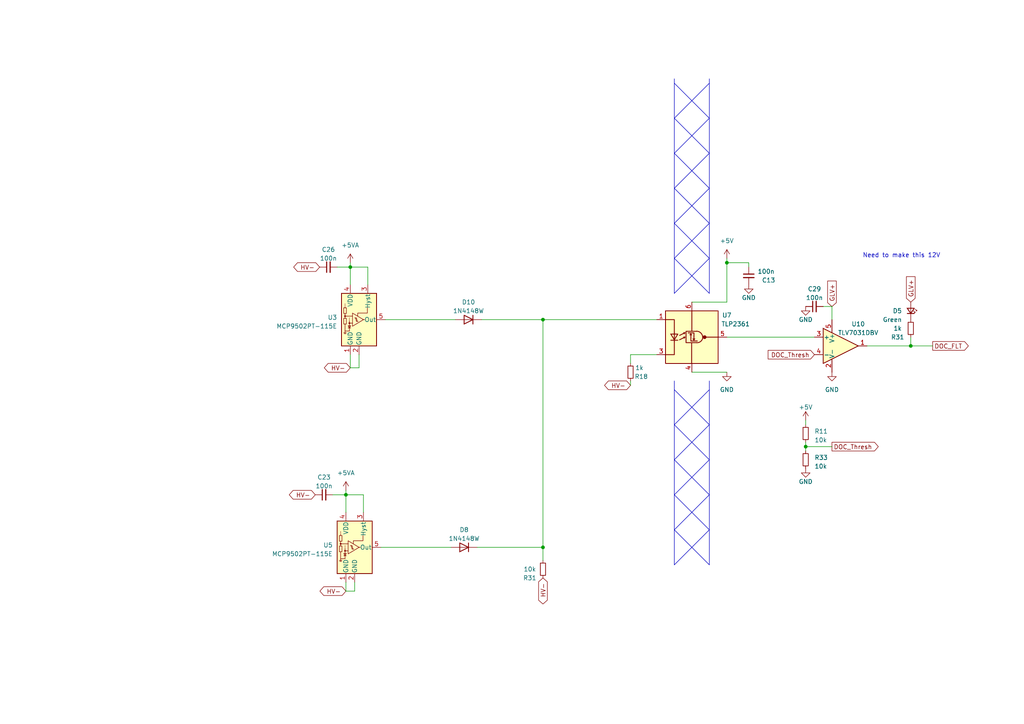
<source format=kicad_sch>
(kicad_sch (version 20230121) (generator eeschema)
  (paper "A4")
  (title_block (title "UCM23 Discharge & TSAL") (date "2023-06-26") (rev "V1.0") (company "Niko Smith") (comment 1 "University of Canterbury Motorsport"))
  (lib_symbols
    (symbol "Comparator:TLV7031DBV" (pin_names (offset 0.127))
      (property "Reference" "U" (at -1.27 6.35 0))
      (property "Value" "TLV7031DBV" (at -1.27 3.81 0))
      (symbol "TLV7031DBV_0_1"
        (polyline (pts (xy -5.08 5.08) (xy 5.08 0) (xy -5.08 -5.08) (xy -5.08 5.08)) (stroke (width 0.254)) (fill (type background)))
        (pin power_in line (at -2.54 -7.62 90) (length 3.81) (name "V-") (number "2"))
        (pin power_in line (at -2.54 7.62 270) (length 3.81) (name "V+") (number "5"))
      )
      (symbol "TLV7031DBV_1_1"
        (pin output line (at 7.62 0 180) (length 2.54) (name "~") (number "1"))
        (pin input line (at -7.62 2.54 0) (length 2.54) (name "+") (number "3"))
        (pin input line (at -7.62 -2.54 0) (length 2.54) (name "-") (number "4"))
      )
    )
    (symbol "Device:C_Small" (pin_numbers hide) (pin_names (offset 0.254) hide)
      (property "Reference" "C" (at 0.254 1.778 0))
      (property "Value" "C_Small" (at 0.254 -2.032 0))
      (symbol "C_Small_0_1"
        (polyline (pts (xy -1.524 -0.508) (xy 1.524 -0.508)) (stroke (width 0.3302)))
        (polyline (pts (xy -1.524 0.508) (xy 1.524 0.508)) (stroke (width 0.3048)))
      )
      (symbol "C_Small_1_1"
        (pin passive line (at 0 2.54 270) (length 2.032) (name "~") (number "1"))
        (pin passive line (at 0 -2.54 90) (length 2.032) (name "~") (number "2"))
      )
    )
    (symbol "Device:LED_Small" (pin_numbers hide) (pin_names (offset 0.254) hide)
      (property "Reference" "D" (at -1.27 3.175 0))
      (property "Value" "LED_Small" (at -4.445 -2.54 0))
      (symbol "LED_Small_0_1"
        (polyline (pts (xy -0.762 -1.016) (xy -0.762 1.016)) (stroke (width 0.254)))
        (polyline (pts (xy 1.016 0) (xy -0.762 0)))
        (polyline (pts (xy 0.762 -1.016) (xy -0.762 0) (xy 0.762 1.016) (xy 0.762 -1.016)) (stroke (width 0.254)))
        (polyline (pts (xy 0 0.762) (xy -0.508 1.27) (xy -0.254 1.27) (xy -0.508 1.27) (xy -0.508 1.016)))
        (polyline (pts (xy 0.508 1.27) (xy 0 1.778) (xy 0.254 1.778) (xy 0 1.778) (xy 0 1.524)))
      )
      (symbol "LED_Small_1_1"
        (pin passive line (at -2.54 0 0) (length 1.778) (name "K") (number "1"))
        (pin passive line (at 2.54 0 180) (length 1.778) (name "A") (number "2"))
      )
    )
    (symbol "Device:R_Small" (pin_numbers hide) (pin_names (offset 0.254) hide)
      (property "Reference" "R" (at 0.762 0.508 0))
      (property "Value" "R_Small" (at 0.762 -1.016 0))
      (symbol "R_Small_0_1"
        (rectangle (start -0.762 1.778) (end 0.762 -1.778) (stroke (width 0.2032)))
      )
      (symbol "R_Small_1_1"
        (pin passive line (at 0 2.54 270) (length 0.762) (name "~") (number "1"))
        (pin passive line (at 0 -2.54 90) (length 0.762) (name "~") (number "2"))
      )
    )
    (symbol "Diode:1N4148W" (pin_numbers hide) (pin_names hide)
      (property "Reference" "D" (at 0 2.54 0))
      (property "Value" "1N4148W" (at 0 -2.54 0))
      (symbol "1N4148W_0_1"
        (polyline (pts (xy -1.27 1.27) (xy -1.27 -1.27)) (stroke (width 0.254)))
        (polyline (pts (xy 1.27 0) (xy -1.27 0)))
        (polyline (pts (xy 1.27 1.27) (xy 1.27 -1.27) (xy -1.27 0) (xy 1.27 1.27)) (stroke (width 0.254)))
      )
      (symbol "1N4148W_1_1"
        (pin passive line (at -3.81 0 0) (length 2.54) (name "K") (number "1"))
        (pin passive line (at 3.81 0 180) (length 2.54) (name "A") (number "2"))
      )
    )
    (symbol "Isolator:TLP2361" (pin_names (offset 1.016) hide)
      (property "Reference" "U" (at -7.112 8.89 0))
      (property "Value" "TLP2361" (at 1.016 9.144 0))
      (symbol "TLP2361_0_1"
        (rectangle (start -7.62 7.62) (end 7.62 -7.62) (stroke (width 0.254)) (fill (type background)))
        (polyline (pts (xy -6.096 -0.889) (xy -4.064 -0.889)) (stroke (width 0.254)))
        (polyline (pts (xy -5.08 -1.27) (xy -5.08 -0.9144)) (stroke (width 0.254)))
        (polyline (pts (xy -5.08 1.016) (xy -5.08 -0.762)) (stroke (width 0.254)))
        (polyline (pts (xy -5.08 1.27) (xy -5.08 0.9144)) (stroke (width 0.254)))
        (polyline (pts (xy -3.556 -0.762) (xy -2.032 0)) (stroke (width 0.254)))
        (polyline (pts (xy -3.556 0.508) (xy -2.032 1.27)) (stroke (width 0.254)))
        (polyline (pts (xy -2.032 0) (xy -2.3368 0.0508)) (stroke (width 0.254)))
        (polyline (pts (xy -2.032 0) (xy -2.1844 -0.3048)) (stroke (width 0.254)))
        (polyline (pts (xy -2.032 1.27) (xy -2.3368 1.3208)) (stroke (width 0.254)))
        (polyline (pts (xy -2.032 1.27) (xy -2.1844 0.9652)) (stroke (width 0.254)))
        (polyline (pts (xy -0.0508 -7.6962) (xy -0.0508 -1.7272)) (stroke (width 0.254)))
        (polyline (pts (xy 0 7.6454) (xy 0 1.8034)) (stroke (width 0.254)))
        (polyline (pts (xy 0.8382 -0.5334) (xy 0.5842 -0.8128)) (stroke (width 0.254)))
        (polyline (pts (xy 7.747 0) (xy 4.064 0)) (stroke (width 0.254)))
        (polyline (pts (xy -7.62 -5.08) (xy -5.08 -5.08) (xy -5.08 -1.27)) (stroke (width 0.254)))
        (polyline (pts (xy -5.08 1.27) (xy -5.08 5.08) (xy -7.62 5.08)) (stroke (width 0.254)))
        (polyline (pts (xy -0.2794 0.6604) (xy -0.2794 -1.1176) (xy 1.6002 -1.1176)) (stroke (width 0.254)))
        (polyline (pts (xy 0.5842 -0.7874) (xy 0.3302 -0.5334) (xy 0.8382 -0.5334)) (stroke (width 0.254)))
        (polyline (pts (xy 0.6096 -0.8128) (xy 0.6096 1.2446) (xy -1.0668 1.2446)) (stroke (width 0.254)))
        (polyline (pts (xy -6.096 0.889) (xy -4.064 0.889) (xy -5.08 -0.762) (xy -6.096 0.889)) (stroke (width 0.254)))
        (polyline (pts (xy -0.3048 0.9398) (xy -0.5588 0.6858) (xy -0.0508 0.6858) (xy -0.3048 0.9398)) (stroke (width 0.254)))
        (polyline (pts (xy 1.3716 1.7018) (xy -1.6764 1.7018) (xy -1.6764 -1.6002) (xy 1.3716 -1.6002)) (stroke (width 0.254)))
        (arc (start 1.397 -1.6002) (mid 2.6016 -1.2064) (end 3.175 -0.0762) (stroke (width 0.254)))
        (arc (start 3.1496 -0.0508) (mid 2.6235 1.2011) (end 1.3716 1.7272) (stroke (width 0.254)))
        (circle (center 3.7084 0) (radius 0.4572) (fill (type outline)))
      )
      (symbol "TLP2361_1_1"
        (pin passive line (at -10.16 5.08 0) (length 2.54) (name "A") (number "1"))
        (pin no_connect line (at -7.62 0 0) (length 2.54) hide (name "NC") (number "2"))
        (pin passive line (at -10.16 -5.08 0) (length 2.54) (name "K") (number "3"))
        (pin power_in line (at 0 -10.16 90) (length 2.54) (name "GND") (number "4"))
        (pin output line (at 10.16 0 180) (length 2.54) (name "VO") (number "5"))
        (pin power_in line (at 0 10.16 270) (length 2.54) (name "VDD") (number "6"))
      )
    )
    (symbol "Sensor_Temperature:MCP9502" (pin_names (offset 0.127))
      (property "Reference" "U" (at -6.35 0 90))
      (property "Value" "MCP9502" (at -3.81 0 90))
      (symbol "MCP9502_0_1"
        (rectangle (start -2.54 7.62) (end 7.62 -7.62) (stroke (width 0.254)) (fill (type background)))
        (rectangle (start -1.905 0.381) (end -1.143 -1.27))
        (rectangle (start -1.905 3.429) (end -1.143 1.778))
        (circle (center -1.524 1.016) (radius 0.1778) (fill (type outline)))
        (circle (center -0.254 -1.016) (radius 0.1778) (fill (type outline)))
        (polyline (pts (xy -1.905 -3.81) (xy -1.143 -3.81)))
        (polyline (pts (xy -1.778 -4.064) (xy -1.27 -4.064)))
        (polyline (pts (xy -1.524 -4.318) (xy -1.524 -4.318)))
        (polyline (pts (xy -1.524 -3.302) (xy -1.524 -3.81)))
        (polyline (pts (xy -1.524 1.016) (xy -1.524 0.381)))
        (polyline (pts (xy -1.524 3.429) (xy -1.524 3.81)))
        (polyline (pts (xy -1.524 4.064) (xy -1.524 4.191)))
        (polyline (pts (xy -1.524 4.445) (xy -1.524 4.572)))
        (polyline (pts (xy -0.635 -2.413) (xy 0.127 -2.413)))
        (polyline (pts (xy -0.254 0) (xy -0.254 0.127)))
        (polyline (pts (xy -0.254 0.381) (xy -0.254 0.508)))
        (polyline (pts (xy 3.683 0) (xy 4.191 0)))
        (polyline (pts (xy -1.524 -1.27) (xy -1.524 -3.302) (xy -0.254 -3.302)))
        (polyline (pts (xy -0.254 -1.016) (xy -0.254 -0.381) (xy -0.254 -0.254)))
        (polyline (pts (xy 0.635 -1.016) (xy -0.254 -1.016) (xy -0.254 -3.302)))
        (polyline (pts (xy 0.635 1.016) (xy -1.524 1.016) (xy -1.524 1.778)))
        (polyline (pts (xy 1.524 0.508) (xy 1.778 -0.508) (xy 2.032 -0.508)))
        (polyline (pts (xy 0.127 -1.778) (xy -0.635 -1.778) (xy -0.254 -2.413) (xy 0.127 -1.778)))
        (polyline (pts (xy 1.27 0.508) (xy 1.778 0.508) (xy 2.032 -0.508) (xy 2.286 -0.508)))
        (polyline (pts (xy 3.81 0) (xy 0.635 1.905) (xy 0.635 -1.905) (xy 3.81 0)))
        (polyline (pts (xy 4.953 3.429) (xy 4.953 1.905) (xy 2.159 1.905) (xy 2.159 1.016)))
      )
      (symbol "MCP9502_1_1"
        (pin power_in line (at 0 -10.16 90) (length 2.54) (name "GND") (number "1"))
        (pin power_in line (at 2.54 -10.16 90) (length 2.54) (name "GND") (number "2"))
        (pin input line (at 5.08 10.16 270) (length 2.54) (name "Hyst") (number "3"))
        (pin power_in line (at 0 10.16 270) (length 2.54) (name "VDD") (number "4"))
        (pin output line (at 10.16 0 180) (length 2.54) (name "Out") (number "5"))
      )
    )
    (symbol "power:+5V" (power) (pin_names (offset 0))
      (property "Value" "+5V" (at 0 3.556 0))
      (symbol "+5V_0_1"
        (polyline (pts (xy -0.762 1.27) (xy 0 2.54)))
        (polyline (pts (xy 0 0) (xy 0 2.54)))
        (polyline (pts (xy 0 2.54) (xy 0.762 1.27)))
      )
      (symbol "+5V_1_1"
        (pin power_in line (at 0 0 90) (length 0) hide (name "+5V") (number "1"))
      )
    )
    (symbol "power:+5VA" (power) (pin_names (offset 0))
      (property "Value" "+5VA" (at 0 3.556 0))
      (symbol "+5VA_0_1"
        (polyline (pts (xy -0.762 1.27) (xy 0 2.54)))
        (polyline (pts (xy 0 0) (xy 0 2.54)))
        (polyline (pts (xy 0 2.54) (xy 0.762 1.27)))
      )
      (symbol "+5VA_1_1"
        (pin power_in line (at 0 0 90) (length 0) hide (name "+5VA") (number "1"))
      )
    )
    (symbol "power:GND" (power) (pin_names (offset 0))
      (property "Value" "GND" (at 0 -3.81 0))
      (symbol "GND_0_1"
        (polyline (pts (xy 0 0) (xy 0 -1.27) (xy 1.27 -1.27) (xy 0 -2.54) (xy -1.27 -1.27) (xy 0 -1.27)))
      )
      (symbol "GND_1_1"
        (pin power_in line (at 0 0 270) (length 0) hide (name "GND") (number "1"))
      )
    )
  )
  (junction (at 233.68 129.54))
  (junction (at 100.33 143.51))
  (junction (at 210.82 76.2))
  (junction (at 157.48 92.71))
  (junction (at 101.6 77.47))
  (junction (at 157.48 158.75))
  (junction (at 264.16 100.33))
  (wire (pts (xy 101.6 77.47) (xy 101.6 82.55)))
  (polyline (pts (xy 195.58 24.13) (xy 205.74 34.29)))
  (polyline (pts (xy 195.58 153.67) (xy 205.74 143.51)))
  (wire (pts (xy 111.76 92.71) (xy 132.08 92.71)))
  (polyline (pts (xy 195.58 74.93) (xy 205.74 64.77)))
  (polyline (pts (xy 195.58 54.61) (xy 205.74 64.77)))
  (polyline (pts (xy 195.58 143.51) (xy 205.74 133.35)))
  (polyline (pts (xy 195.58 123.19) (xy 205.74 133.35)))
  (polyline (pts (xy 195.58 44.45) (xy 205.74 34.29)))
  (polyline (pts (xy 205.74 22.86) (xy 205.74 85.09)))
  (wire (pts (xy 200.66 107.95) (xy 210.82 107.95)))
  (wire (pts (xy 104.14 102.87) (xy 104.14 106.68)))
  (wire (pts (xy 110.49 158.75) (xy 130.81 158.75)))
  (polyline (pts (xy 195.58 133.35) (xy 205.74 123.19)))
  (wire (pts (xy 100.33 143.51) (xy 100.33 148.59)))
  (wire (pts (xy 233.68 129.54) (xy 241.3 129.54)))
  (wire (pts (xy 106.68 77.47) (xy 101.6 77.47)))
  (wire (pts (xy 100.33 142.24) (xy 100.33 143.51)))
  (polyline (pts (xy 195.58 113.03) (xy 205.74 123.19)))
  (polyline (pts (xy 195.58 34.29) (xy 205.74 44.45)))
  (wire (pts (xy 97.79 77.47) (xy 101.6 77.47)))
  (polyline (pts (xy 195.58 163.83) (xy 205.74 153.67)))
  (polyline (pts (xy 195.58 64.77) (xy 205.74 54.61)))
  (wire (pts (xy 264.16 100.33) (xy 270.51 100.33)))
  (polyline (pts (xy 205.74 110.49) (xy 205.74 163.83)))
  (wire (pts (xy 210.82 74.93) (xy 210.82 76.2)))
  (wire (pts (xy 210.82 97.79) (xy 236.22 97.79)))
  (wire (pts (xy 105.41 148.59) (xy 105.41 143.51)))
  (wire (pts (xy 139.7 92.71) (xy 157.48 92.71)))
  (polyline (pts (xy 195.58 153.67) (xy 205.74 163.83)))
  (wire (pts (xy 217.17 77.47) (xy 217.17 76.2)))
  (wire (pts (xy 251.46 100.33) (xy 264.16 100.33)))
  (wire (pts (xy 101.6 102.87) (xy 101.6 106.68)))
  (polyline (pts (xy 195.58 44.45) (xy 205.74 54.61)))
  (wire (pts (xy 106.68 82.55) (xy 106.68 77.47)))
  (wire (pts (xy 182.88 110.49) (xy 182.88 111.76)))
  (polyline (pts (xy 195.58 34.29) (xy 205.74 24.13)))
  (polyline (pts (xy 195.58 85.09) (xy 205.74 74.93)))
  (polyline (pts (xy 195.58 133.35) (xy 205.74 143.51)))
  (wire (pts (xy 264.16 97.79) (xy 264.16 100.33)))
  (wire (pts (xy 190.5 102.87) (xy 182.88 102.87)))
  (wire (pts (xy 233.68 123.19) (xy 233.68 121.92)))
  (wire (pts (xy 200.66 87.63) (xy 210.82 87.63)))
  (wire (pts (xy 182.88 102.87) (xy 182.88 105.41)))
  (wire (pts (xy 138.43 158.75) (xy 157.48 158.75)))
  (wire (pts (xy 241.3 88.9) (xy 241.3 92.71)))
  (polyline (pts (xy 195.58 110.49) (xy 195.58 163.83)))
  (wire (pts (xy 233.68 128.27) (xy 233.68 129.54)))
  (wire (pts (xy 101.6 76.2) (xy 101.6 77.47)))
  (wire (pts (xy 238.76 88.9) (xy 241.3 88.9)))
  (wire (pts (xy 157.48 158.75) (xy 157.48 162.56)))
  (wire (pts (xy 102.87 168.91) (xy 102.87 171.45)))
  (wire (pts (xy 157.48 92.71) (xy 190.5 92.71)))
  (wire (pts (xy 100.33 168.91) (xy 100.33 171.45)))
  (polyline (pts (xy 195.58 123.19) (xy 205.74 113.03)))
  (polyline (pts (xy 195.58 74.93) (xy 205.74 85.09)))
  (polyline (pts (xy 195.58 22.86) (xy 195.58 85.09)))
  (wire (pts (xy 104.14 106.68) (xy 101.6 106.68)))
  (polyline (pts (xy 195.58 143.51) (xy 205.74 153.67)))
  (polyline (pts (xy 195.58 54.61) (xy 205.74 44.45)))
  (wire (pts (xy 233.68 129.54) (xy 233.68 130.81)))
  (wire (pts (xy 102.87 171.45) (xy 100.33 171.45)))
  (wire (pts (xy 210.82 76.2) (xy 210.82 87.63)))
  (wire (pts (xy 105.41 143.51) (xy 100.33 143.51)))
  (polyline (pts (xy 195.58 64.77) (xy 205.74 74.93)))
  (wire (pts (xy 96.52 143.51) (xy 100.33 143.51)))
  (wire (pts (xy 217.17 76.2) (xy 210.82 76.2)))
  (wire (pts (xy 157.48 92.71) (xy 157.48 158.75)))
  (text "Need to make this 12V" (at 250.19 74.93 0) (effects (font (size 1.27 1.27)) (justify left bottom)))
  (global_label "GLV+" (shape input) (at 241.3 88.9 90) (property "Intersheetrefs" "${INTERSHEET_REFS}" (effects hide)))
  (global_label "HV-" (shape bidirectional) (at 182.88 111.76 180) (property "Intersheetrefs" "${INTERSHEET_REFS}" (effects hide)))
  (global_label "DOC_Thresh" (shape input) (at 236.22 102.87 180) (property "Intersheetrefs" "${INTERSHEET_REFS}" (effects hide)))
  (global_label "HV-" (shape bidirectional) (at 100.33 171.45 180) (property "Intersheetrefs" "${INTERSHEET_REFS}" (effects hide)))
  (global_label "HV-" (shape bidirectional) (at 157.48 167.64 270) (property "Intersheetrefs" "${INTERSHEET_REFS}" (effects hide)))
  (global_label "HV-" (shape bidirectional) (at 101.6 106.68 180) (property "Intersheetrefs" "${INTERSHEET_REFS}" (effects hide)))
  (global_label "HV-" (shape bidirectional) (at 92.71 77.47 180) (property "Intersheetrefs" "${INTERSHEET_REFS}" (effects hide)))
  (global_label "GLV+" (shape input) (at 264.16 87.63 90) (property "Intersheetrefs" "${INTERSHEET_REFS}" (effects hide)))
  (global_label "DOC_FLT" (shape output) (at 270.51 100.33 0) (property "Intersheetrefs" "${INTERSHEET_REFS}" (effects hide)))
  (global_label "HV-" (shape bidirectional) (at 91.44 143.51 180) (property "Intersheetrefs" "${INTERSHEET_REFS}" (effects hide)))
  (global_label "DOC_Thresh" (shape output) (at 241.3 129.54 0) (property "Intersheetrefs" "${INTERSHEET_REFS}" (effects hide)))
  (symbol (lib_id "power:GND") (at 233.68 135.89 0) (unit 1)
    (property "Reference" "#PWR074" (effects hide))
    (property "Value" "GND" (at 233.68 139.7 0))
    (instances (project "VehicleJunctionBoxMotherboard_PCB" (path "" (reference "#PWR074") (unit 1)) (path "" (reference "#PWR068") (unit 1))) (project "UCM23_PCB_Fault_Latch" (path "" (reference "#PWR03") (unit 1))))
  )
  (symbol (lib_id "power:GND") (at 241.3 107.95 0) (unit 1)
    (property "Reference" "#PWR024" (effects hide))
    (property "Value" "GND" (at 241.3 113.03 0))
    (instances (project "VehicleJunctionBoxMotherboard_PCB" (path "" (reference "#PWR024") (unit 1)) (path "" (reference "#PWR059") (unit 1))) (project "TSAL" (path "" (reference "#PWR061") (unit 1))))
  )
  (symbol (lib_id "Device:R_Small") (at 182.88 107.95 180) (unit 1)
    (property "Reference" "R18" (at 187.96 109.22 0) (effects (justify left)))
    (property "Value" "1k" (at 186.69 106.68 0) (effects (justify left)))
    (property "Footprint" "Resistor_SMD:R_0603_1608Metric" (effects hide))
    (instances (project "VehicleJunctionBoxMotherboard_PCB" (path "" (reference "R18") (unit 1)) (path "" (reference "R37") (unit 1))) (project "TSAL" (path "" (reference "R17") (unit 1))))
  )
  (symbol (lib_id "Device:C_Small") (at 95.25 77.47 90) (unit 1)
    (property "Reference" "C26" (at 95.2563 72.39 90))
    (property "Value" "100n" (at 95.2563 74.93 90))
    (property "Footprint" "Capacitor_SMD:C_0603_1608Metric" (effects hide))
  )
  (symbol (lib_id "Sensor_Temperature:MCP9502") (at 101.6 92.71 0) (unit 1)
    (property "Reference" "U3" (at 97.79 92.075 0) (effects (justify right)))
    (property "Value" "MCP9502PT-115E" (at 97.79 94.615 0) (effects (justify right)))
    (property "Footprint" "Package_TO_SOT_SMD:SOT-23-5" (effects hide))
    (property "Datasheet" "http://ww1.microchip.com/downloads/en/DeviceDoc/20002268B.pdf" (effects hide))
  )
  (symbol (lib_id "power:GND") (at 210.82 107.95 0) (unit 1)
    (property "Reference" "#PWR024" (effects hide))
    (property "Value" "GND" (at 210.82 113.03 0))
    (instances (project "VehicleJunctionBoxMotherboard_PCB" (path "" (reference "#PWR024") (unit 1)) (path "" (reference "#PWR056") (unit 1))) (project "TSAL" (path "" (reference "#PWR061") (unit 1))))
  )
  (symbol (lib_id "Device:C_Small") (at 217.17 80.01 0) (unit 1)
    (property "Reference" "C13" (at 220.98 81.28 0) (effects (justify left)))
    (property "Value" "100n" (at 219.71 78.74 0) (effects (justify left)))
    (property "Footprint" "Capacitor_SMD:C_0603_1608Metric" (effects hide))
    (instances (project "VehicleJunctionBoxMotherboard_PCB" (path "" (reference "C13") (unit 1)) (path "" (reference "C25") (unit 1))) (project "TSAL" (path "" (reference "C13") (unit 1))))
  )
  (symbol (lib_id "power:GND") (at 217.17 82.55 0) (unit 1)
    (property "Reference" "#PWR025" (effects hide))
    (property "Value" "GND" (at 217.17 86.36 0))
    (instances (project "VehicleJunctionBoxMotherboard_PCB" (path "" (reference "#PWR025") (unit 1)) (path "" (reference "#PWR057") (unit 1))) (project "TSAL" (path "" (reference "#PWR062") (unit 1))))
  )
  (symbol (lib_id "Device:C_Small") (at 236.22 88.9 90) (unit 1)
    (property "Reference" "C29" (at 236.2263 83.82 90))
    (property "Value" "100n" (at 236.2263 86.36 90))
    (property "Footprint" "Capacitor_SMD:C_0603_1608Metric" (effects hide))
    (instances (project "VehicleJunctionBoxMotherboard_PCB" (path "" (reference "C29") (unit 1)) (path "" (reference "C4") (unit 1))))
  )
  (symbol (lib_id "Device:LED_Small") (at 264.16 90.17 270) (mirror x) (unit 1)
    (property "Reference" "D5" (at 261.62 90.17 90) (effects (justify right)))
    (property "Value" "Green" (at 261.62 92.71 90) (effects (justify right)))
    (property "Footprint" "LED_SMD:LED_0603_1608Metric" (effects hide))
    (instances (project "VehicleJunctionBoxMotherboard_PCB" (path "" (reference "D5") (unit 1)) (path "" (reference "D6") (unit 1))) (project "Discharge" (path "" (reference "D3") (unit 1))))
  )
  (symbol (lib_id "power:+5V") (at 233.68 121.92 0) (unit 1)
    (property "Reference" "#PWR010" (effects hide))
    (property "Value" "+5V" (at 233.68 118.11 0))
    (instances (project "UCM67_Discharge_TSAL_V2.0_PCB" (path "" (reference "#PWR010") (unit 1))) (project "VehicleJunctionBoxMotherboard_PCB" (path "" (reference "#PWR017") (unit 1)) (path "" (reference "#PWR061") (unit 1))))
  )
  (symbol (lib_id "Sensor_Temperature:MCP9502") (at 100.33 158.75 0) (unit 1)
    (property "Reference" "U5" (at 96.52 158.115 0) (effects (justify right)))
    (property "Value" "MCP9502PT-115E" (at 96.52 160.655 0) (effects (justify right)))
    (property "Footprint" "Package_TO_SOT_SMD:SOT-23-5" (effects hide))
    (property "Datasheet" "http://ww1.microchip.com/downloads/en/DeviceDoc/20002268B.pdf" (effects hide))
  )
  (symbol (lib_id "Comparator:TLV7031DBV") (at 243.84 100.33 0) (unit 1)
    (property "Reference" "U10" (at 248.92 93.98 0))
    (property "Value" "TLV7031DBV" (at 248.92 96.52 0))
    (property "Footprint" "Package_TO_SOT_SMD:SOT-23-5" (effects hide))
    (property "Datasheet" "https://www.ti.com/lit/ds/symlink/tlv7031.pdf" (effects hide))
    (instances (project "VehicleJunctionBoxMotherboard_PCB" (path "" (reference "U10") (unit 1)) (path "" (reference "U6") (unit 1))))
  )
  (symbol (lib_id "Diode:1N4148W") (at 134.62 158.75 180) (unit 1)
    (property "Reference" "D8" (at 134.62 153.67 0))
    (property "Value" "1N4148W" (at 134.62 156.21 0))
    (property "Footprint" "Diode_SMD:D_SOD-123" (effects hide))
    (property "Datasheet" "https://www.vishay.com/docs/85748/1n4148w.pdf" (effects hide))
    (property "Sim.Device" "D" (effects hide))
    (property "Sim.Pins" "1=K 2=A" (effects hide))
  )
  (symbol (lib_id "Isolator:TLP2361") (at 200.66 97.79 0) (unit 1)
    (property "Reference" "U7" (at 210.82 91.44 0))
    (property "Value" "TLP2361" (at 213.36 93.98 0))
    (property "Footprint" "Package_SO:SO-5_4.4x3.6mm_P1.27mm" (effects hide))
    (property "Datasheet" "https://toshiba.semicon-storage.com/info/docget.jsp?did=29407&prodName=TLP2748" (effects hide))
    (instances (project "VehicleJunctionBoxMotherboard_PCB" (path "" (reference "U7") (unit 1)) (path "" (reference "U20") (unit 1))) (project "TSAL" (path "" (reference "U9") (unit 1))))
  )
  (symbol (lib_id "Diode:1N4148W") (at 135.89 92.71 180) (unit 1)
    (property "Reference" "D10" (at 135.89 87.63 0))
    (property "Value" "1N4148W" (at 135.89 90.17 0))
    (property "Footprint" "Diode_SMD:D_SOD-123" (effects hide))
    (property "Datasheet" "https://www.vishay.com/docs/85748/1n4148w.pdf" (effects hide))
    (property "Sim.Device" "D" (effects hide))
    (property "Sim.Pins" "1=K 2=A" (effects hide))
  )
  (symbol (lib_id "Device:C_Small") (at 93.98 143.51 90) (unit 1)
    (property "Reference" "C23" (at 93.9863 138.43 90))
    (property "Value" "100n" (at 93.9863 140.97 90))
    (property "Footprint" "Capacitor_SMD:C_0603_1608Metric" (effects hide))
  )
  (symbol (lib_id "power:GND") (at 233.68 88.9 0) (unit 1)
    (property "Reference" "#PWR065" (effects hide))
    (property "Value" "GND" (at 233.68 92.71 0))
    (instances (project "VehicleJunctionBoxMotherboard_PCB" (path "" (reference "#PWR065") (unit 1)) (path "" (reference "#PWR020") (unit 1))) (project "UCM23_PCB_Fault_Latch" (path "" (reference "#PWR03") (unit 1))))
  )
  (symbol (lib_id "power:+5V") (at 210.82 74.93 0) (unit 1)
    (property "Reference" "#PWR023" (effects hide))
    (property "Value" "+5V" (at 210.82 69.85 0))
    (instances (project "VehicleJunctionBoxMotherboard_PCB" (path "" (reference "#PWR023") (unit 1)) (path "" (reference "#PWR055") (unit 1))) (project "TSAL" (path "" (reference "#PWR060") (unit 1))))
  )
  (symbol (lib_id "Device:R_Small") (at 157.48 165.1 180) (unit 1)
    (property "Reference" "R31" (at 153.67 167.64 0))
    (property "Value" "10k" (at 153.67 165.1 0))
    (property "Footprint" "Resistor_SMD:R_0603_1608Metric" (effects hide))
    (instances (project "VehicleJunctionBoxMotherboard_PCB" (path "" (reference "R31") (unit 1)) (path "" (reference "R49") (unit 1))) (project "Discharge" (path "" (reference "R7") (unit 1))))
  )
  (symbol (lib_id "Device:R_Small") (at 264.16 95.25 180) (unit 1)
    (property "Reference" "R31" (at 260.35 97.79 0))
    (property "Value" "1k" (at 260.35 95.25 0))
    (property "Footprint" "Resistor_SMD:R_0603_1608Metric" (effects hide))
    (instances (project "VehicleJunctionBoxMotherboard_PCB" (path "" (reference "R31") (unit 1)) (path "" (reference "R35") (unit 1))) (project "Discharge" (path "" (reference "R7") (unit 1))))
  )
  (symbol (lib_id "power:+5VA") (at 101.6 76.2 0) (unit 1)
    (property "Reference" "#PWR022" (effects hide))
    (property "Value" "+5VA" (at 101.6 71.12 0))
    (instances (project "UCM67_Discharge_TSAL_V2.0_PCB" (path "" (reference "#PWR022") (unit 1))) (project "VehicleJunctionBoxMotherboard_PCB" (path "" (reference "#PWR014") (unit 1)) (path "" (reference "#PWR013") (unit 1))))
  )
  (symbol (lib_id "power:+5VA") (at 100.33 142.24 0) (unit 1)
    (property "Reference" "#PWR022" (effects hide))
    (property "Value" "+5VA" (at 100.33 137.16 0))
    (instances (project "UCM67_Discharge_TSAL_V2.0_PCB" (path "" (reference "#PWR022") (unit 1))) (project "VehicleJunctionBoxMotherboard_PCB" (path "" (reference "#PWR014") (unit 1)) (path "" (reference "#PWR015") (unit 1))))
  )
  (symbol (lib_id "Device:R_Small") (at 233.68 125.73 0) (unit 1)
    (property "Reference" "R11" (at 236.22 125.095 0) (effects (justify left)))
    (property "Value" "10k" (at 236.22 127.635 0) (effects (justify left)))
    (property "Footprint" "Resistor_SMD:R_0603_1608Metric" (effects hide))
    (instances (project "VehicleJunctionBoxMotherboard_PCB" (path "" (reference "R11") (unit 1)) (path "" (reference "R45") (unit 1))))
  )
  (symbol (lib_id "Device:R_Small") (at 233.68 133.35 0) (unit 1)
    (property "Reference" "R33" (at 236.22 132.715 0) (effects (justify left)))
    (property "Value" "10k" (at 236.22 135.255 0) (effects (justify left)))
    (property "Footprint" "Resistor_SMD:R_0603_1608Metric" (effects hide))
    (instances (project "VehicleJunctionBoxMotherboard_PCB" (path "" (reference "R33") (unit 1)) (path "" (reference "R46") (unit 1))))
  )
)
</source>
